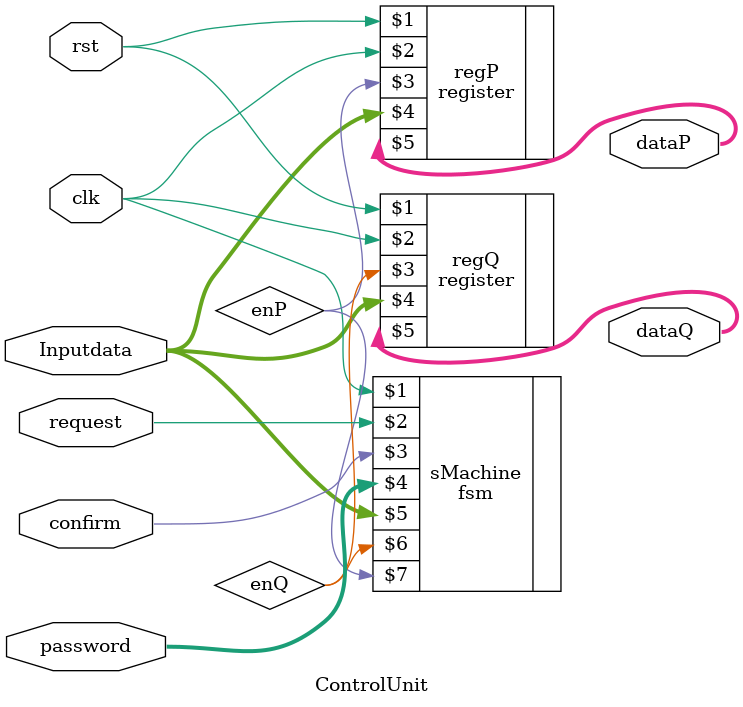
<source format=v>
/*--  *******************************************************
--  Computer Architecture Course, Laboratory Sources 
--  Amirkabir University of Technology (Tehran Polytechnic)
--  Department of Computer Engineering (CE-AUT)
--  https://ce[dot]aut[dot]ac[dot]ir
--  *******************************************************
--  All Rights reserved (C) 2020-2021
--  *******************************************************
--  Student ID  : 9833016              9839039
--  Student Name: Amirhossein Poolad & Samin Mahdipour
--  Student Mail: 
--  *******************************************************
--  Additional Comments:
--
--*/

/*-----------------------------------------------------------
---  Module Name: Control Unit
---  Description: Module7:
-----------------------------------------------------------*/
`timescale 1 ns/1 ns

`define AAA 3'b001 // IDLE
`define BBB 3'b010 // ACTIVE
`define CCC 3'b011 // REQUEST
`define DDD 3'b100 // STORE
`define EEE 3'b101 // TRAP
`define FFF 3'b111 // FFF

`define STATE_IDLE    3'b001
`define STATE_ACTIVE  3'b010
`define STATE_REQUEST 3'b011
`define STATE_STORE   3'b100
`define STATE_TRAP    3'b101
`define STATE_OTHERS  3'b111


module ControlUnit (
	input        rst       ,  // async  reset
	input        clk       , // clock  posedge
	input        request   , // request input (asynch) 
	input        confirm   , // confirm input 
	input  [3:0] password   , // password from user
	input  [7:0] Inputdata  , // Input data from user
	//output     write_en, // conf mem write enable
	output [6:0] dataQ      ,
	output [6:0] dataP
	);

	/* write your code here */
	wire enQ,enP;
	fsm sMachine(clk,request,confirm,password,Inputdata,enQ,enP);
	register regQ(rst,clk,enQ,Inputdata,dataQ);
	register regP(rst,clk,enP,Inputdata,dataP);
	/* write your code here */

endmodule
</source>
